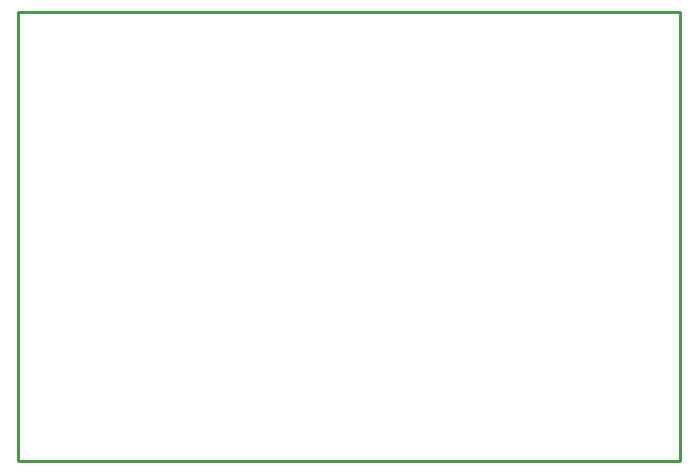
<source format=gm1>
G04*
G04 #@! TF.GenerationSoftware,Altium Limited,Altium Designer,18.0.9 (584)*
G04*
G04 Layer_Color=16711935*
%FSLAX43Y43*%
%MOMM*%
G71*
G01*
G75*
%ADD15C,0.254*%
D15*
X0Y38000D02*
X0Y0D01*
X0Y38000D02*
X56000D01*
X0Y0D02*
X56000D01*
X56000Y38000D02*
X56000Y0D01*
M02*

</source>
